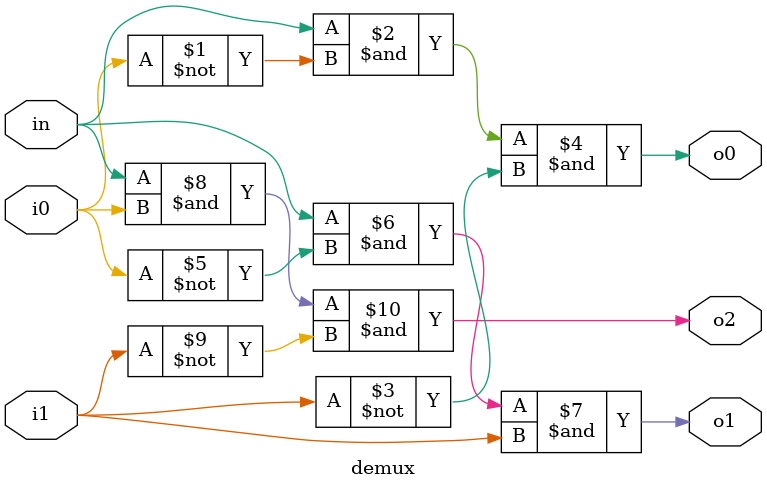
<source format=v>
`timescale 1ns / 1ps
module demux(o0,o1,o2,in,i0,i1
    );
input in,i0,i1;
output o0,o1,o2;
assign o0=in&(~i0)&(~i1);
assign o1=in&(~i0)&(i1);
assign o2=in&(i0)&(~i1);

endmodule

</source>
